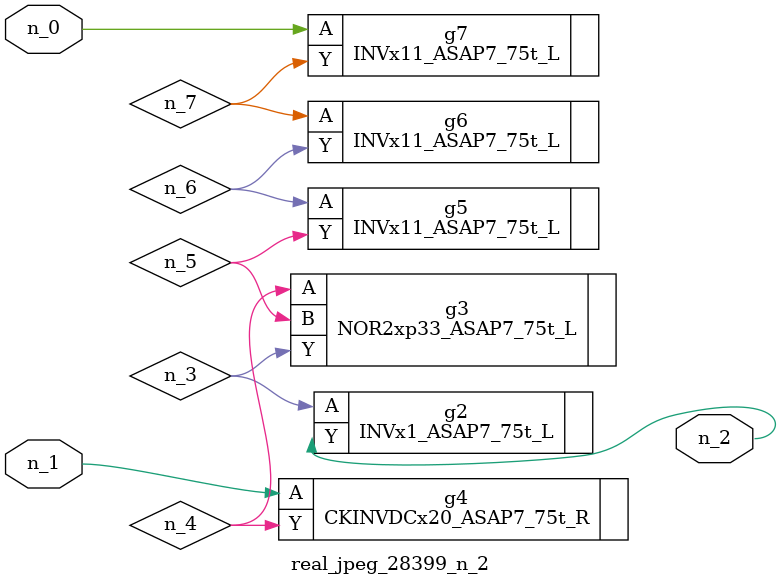
<source format=v>
module real_jpeg_28399_n_2 (n_1, n_0, n_2);

input n_1;
input n_0;

output n_2;

wire n_5;
wire n_4;
wire n_6;
wire n_7;
wire n_3;

INVx11_ASAP7_75t_L g7 ( 
.A(n_0),
.Y(n_7)
);

CKINVDCx20_ASAP7_75t_R g4 ( 
.A(n_1),
.Y(n_4)
);

INVx1_ASAP7_75t_L g2 ( 
.A(n_3),
.Y(n_2)
);

NOR2xp33_ASAP7_75t_L g3 ( 
.A(n_4),
.B(n_5),
.Y(n_3)
);

INVx11_ASAP7_75t_L g5 ( 
.A(n_6),
.Y(n_5)
);

INVx11_ASAP7_75t_L g6 ( 
.A(n_7),
.Y(n_6)
);


endmodule
</source>
